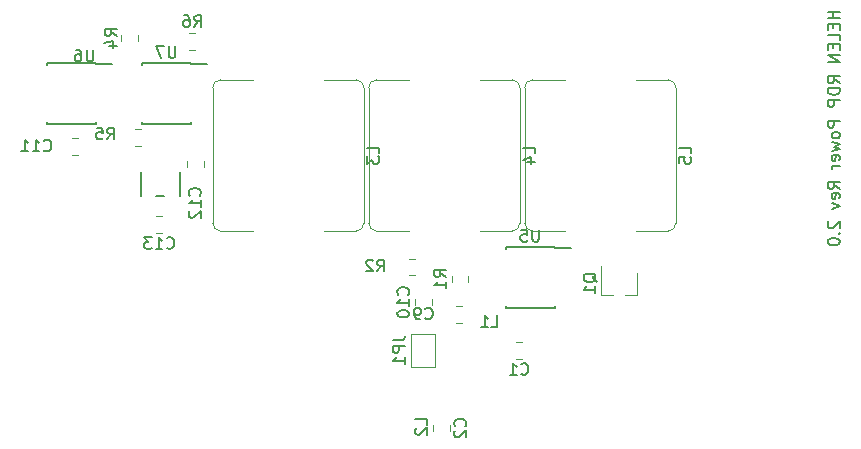
<source format=gbr>
G04 #@! TF.GenerationSoftware,KiCad,Pcbnew,5.0.1*
G04 #@! TF.CreationDate,2019-02-21T21:56:02-06:00*
G04 #@! TF.ProjectId,PowerRDP,506F7765725244502E6B696361645F70,2*
G04 #@! TF.SameCoordinates,Original*
G04 #@! TF.FileFunction,Legend,Bot*
G04 #@! TF.FilePolarity,Positive*
%FSLAX46Y46*%
G04 Gerber Fmt 4.6, Leading zero omitted, Abs format (unit mm)*
G04 Created by KiCad (PCBNEW 5.0.1) date Thu 21 Feb 2019 09:56:02 PM CST*
%MOMM*%
%LPD*%
G01*
G04 APERTURE LIST*
%ADD10C,0.200000*%
%ADD11C,0.120000*%
%ADD12C,0.150000*%
%ADD13C,0.152400*%
G04 APERTURE END LIST*
D10*
X155646380Y-53642857D02*
X154646380Y-53642857D01*
X155122571Y-53642857D02*
X155122571Y-54214285D01*
X155646380Y-54214285D02*
X154646380Y-54214285D01*
X155122571Y-54690476D02*
X155122571Y-55023809D01*
X155646380Y-55166666D02*
X155646380Y-54690476D01*
X154646380Y-54690476D01*
X154646380Y-55166666D01*
X155646380Y-56071428D02*
X155646380Y-55595238D01*
X154646380Y-55595238D01*
X155122571Y-56404761D02*
X155122571Y-56738095D01*
X155646380Y-56880952D02*
X155646380Y-56404761D01*
X154646380Y-56404761D01*
X154646380Y-56880952D01*
X155646380Y-57309523D02*
X154646380Y-57309523D01*
X155646380Y-57880952D01*
X154646380Y-57880952D01*
X155646380Y-59690476D02*
X155170190Y-59357142D01*
X155646380Y-59119047D02*
X154646380Y-59119047D01*
X154646380Y-59500000D01*
X154694000Y-59595238D01*
X154741619Y-59642857D01*
X154836857Y-59690476D01*
X154979714Y-59690476D01*
X155074952Y-59642857D01*
X155122571Y-59595238D01*
X155170190Y-59500000D01*
X155170190Y-59119047D01*
X155646380Y-60119047D02*
X154646380Y-60119047D01*
X154646380Y-60357142D01*
X154694000Y-60500000D01*
X154789238Y-60595238D01*
X154884476Y-60642857D01*
X155074952Y-60690476D01*
X155217809Y-60690476D01*
X155408285Y-60642857D01*
X155503523Y-60595238D01*
X155598761Y-60500000D01*
X155646380Y-60357142D01*
X155646380Y-60119047D01*
X155646380Y-61119047D02*
X154646380Y-61119047D01*
X154646380Y-61500000D01*
X154694000Y-61595238D01*
X154741619Y-61642857D01*
X154836857Y-61690476D01*
X154979714Y-61690476D01*
X155074952Y-61642857D01*
X155122571Y-61595238D01*
X155170190Y-61500000D01*
X155170190Y-61119047D01*
X155646380Y-62880952D02*
X154646380Y-62880952D01*
X154646380Y-63261904D01*
X154694000Y-63357142D01*
X154741619Y-63404761D01*
X154836857Y-63452380D01*
X154979714Y-63452380D01*
X155074952Y-63404761D01*
X155122571Y-63357142D01*
X155170190Y-63261904D01*
X155170190Y-62880952D01*
X155646380Y-64023809D02*
X155598761Y-63928571D01*
X155551142Y-63880952D01*
X155455904Y-63833333D01*
X155170190Y-63833333D01*
X155074952Y-63880952D01*
X155027333Y-63928571D01*
X154979714Y-64023809D01*
X154979714Y-64166666D01*
X155027333Y-64261904D01*
X155074952Y-64309523D01*
X155170190Y-64357142D01*
X155455904Y-64357142D01*
X155551142Y-64309523D01*
X155598761Y-64261904D01*
X155646380Y-64166666D01*
X155646380Y-64023809D01*
X154979714Y-64690476D02*
X155646380Y-64880952D01*
X155170190Y-65071428D01*
X155646380Y-65261904D01*
X154979714Y-65452380D01*
X155598761Y-66214285D02*
X155646380Y-66119047D01*
X155646380Y-65928571D01*
X155598761Y-65833333D01*
X155503523Y-65785714D01*
X155122571Y-65785714D01*
X155027333Y-65833333D01*
X154979714Y-65928571D01*
X154979714Y-66119047D01*
X155027333Y-66214285D01*
X155122571Y-66261904D01*
X155217809Y-66261904D01*
X155313047Y-65785714D01*
X155646380Y-66690476D02*
X154979714Y-66690476D01*
X155170190Y-66690476D02*
X155074952Y-66738095D01*
X155027333Y-66785714D01*
X154979714Y-66880952D01*
X154979714Y-66976190D01*
X155646380Y-68642857D02*
X155170190Y-68309523D01*
X155646380Y-68071428D02*
X154646380Y-68071428D01*
X154646380Y-68452380D01*
X154694000Y-68547619D01*
X154741619Y-68595238D01*
X154836857Y-68642857D01*
X154979714Y-68642857D01*
X155074952Y-68595238D01*
X155122571Y-68547619D01*
X155170190Y-68452380D01*
X155170190Y-68071428D01*
X155598761Y-69452380D02*
X155646380Y-69357142D01*
X155646380Y-69166666D01*
X155598761Y-69071428D01*
X155503523Y-69023809D01*
X155122571Y-69023809D01*
X155027333Y-69071428D01*
X154979714Y-69166666D01*
X154979714Y-69357142D01*
X155027333Y-69452380D01*
X155122571Y-69500000D01*
X155217809Y-69500000D01*
X155313047Y-69023809D01*
X154979714Y-69833333D02*
X155646380Y-70071428D01*
X154979714Y-70309523D01*
X154741619Y-71404761D02*
X154694000Y-71452380D01*
X154646380Y-71547619D01*
X154646380Y-71785714D01*
X154694000Y-71880952D01*
X154741619Y-71928571D01*
X154836857Y-71976190D01*
X154932095Y-71976190D01*
X155074952Y-71928571D01*
X155646380Y-71357142D01*
X155646380Y-71976190D01*
X155551142Y-72404761D02*
X155598761Y-72452380D01*
X155646380Y-72404761D01*
X155598761Y-72357142D01*
X155551142Y-72404761D01*
X155646380Y-72404761D01*
X154646380Y-73071428D02*
X154646380Y-73166666D01*
X154694000Y-73261904D01*
X154741619Y-73309523D01*
X154836857Y-73357142D01*
X155027333Y-73404761D01*
X155265428Y-73404761D01*
X155455904Y-73357142D01*
X155551142Y-73309523D01*
X155598761Y-73261904D01*
X155646380Y-73166666D01*
X155646380Y-73071428D01*
X155598761Y-72976190D01*
X155551142Y-72928571D01*
X155455904Y-72880952D01*
X155265428Y-72833333D01*
X155027333Y-72833333D01*
X154836857Y-72880952D01*
X154741619Y-72928571D01*
X154694000Y-72976190D01*
X154646380Y-73071428D01*
D11*
G04 #@! TO.C,C1*
X128253748Y-83006000D02*
X128776252Y-83006000D01*
X128253748Y-81586000D02*
X128776252Y-81586000D01*
G04 #@! TO.C,C2*
X122630000Y-89161252D02*
X122630000Y-88638748D01*
X121210000Y-89161252D02*
X121210000Y-88638748D01*
G04 #@! TO.C,C9*
X123705252Y-79958000D02*
X123182748Y-79958000D01*
X123705252Y-78538000D02*
X123182748Y-78538000D01*
G04 #@! TO.C,C10*
X121106000Y-77979748D02*
X121106000Y-78502252D01*
X119686000Y-77979748D02*
X119686000Y-78502252D01*
G04 #@! TO.C,JP1*
X119396000Y-83696000D02*
X121396000Y-83696000D01*
X119396000Y-80896000D02*
X119396000Y-83696000D01*
X121396000Y-80896000D02*
X119396000Y-80896000D01*
X121396000Y-83696000D02*
X121396000Y-80896000D01*
G04 #@! TO.C,Q1*
X137472000Y-77590000D02*
X138522000Y-77590000D01*
X138522000Y-77590000D02*
X138522000Y-75740000D01*
X135472000Y-77590000D02*
X136472000Y-77590000D01*
X135462000Y-77570000D02*
X135462000Y-75140000D01*
G04 #@! TO.C,R1*
X122787448Y-76012067D02*
X122787448Y-76534571D01*
X124207448Y-76012067D02*
X124207448Y-76534571D01*
G04 #@! TO.C,R2*
X119163196Y-74556319D02*
X119685700Y-74556319D01*
X119163196Y-75976319D02*
X119685700Y-75976319D01*
D12*
G04 #@! TO.C,U5*
X131508448Y-73580319D02*
X131508448Y-73630319D01*
X127358448Y-73580319D02*
X127358448Y-73725319D01*
X127358448Y-78730319D02*
X127358448Y-78585319D01*
X131508448Y-78730319D02*
X131508448Y-78585319D01*
X131508448Y-73580319D02*
X127358448Y-73580319D01*
X131508448Y-78730319D02*
X127358448Y-78730319D01*
X131508448Y-73630319D02*
X132908448Y-73630319D01*
D11*
G04 #@! TO.C,L3*
X115366000Y-71560000D02*
X115366000Y-60060000D01*
X114716000Y-72210000D02*
X111966000Y-72210000D01*
X102566000Y-60060000D02*
X102566000Y-71560000D01*
X114716000Y-59410000D02*
X111966000Y-59410000D01*
X105966000Y-72210000D02*
X103216000Y-72210000D01*
X105966000Y-59410000D02*
X103216000Y-59410000D01*
X114716000Y-72210000D02*
G75*
G03X115366000Y-71560000I0J650000D01*
G01*
X102566000Y-71560000D02*
G75*
G03X103216000Y-72210000I650000J0D01*
G01*
X103216000Y-59410000D02*
G75*
G03X102566000Y-60060000I0J-650000D01*
G01*
X115366000Y-60060000D02*
G75*
G03X114716000Y-59410000I-650000J0D01*
G01*
G04 #@! TO.C,L4*
X128574000Y-60060000D02*
G75*
G03X127924000Y-59410000I-650000J0D01*
G01*
X116424000Y-59410000D02*
G75*
G03X115774000Y-60060000I0J-650000D01*
G01*
X115774000Y-71560000D02*
G75*
G03X116424000Y-72210000I650000J0D01*
G01*
X127924000Y-72210000D02*
G75*
G03X128574000Y-71560000I0J650000D01*
G01*
X119174000Y-59410000D02*
X116424000Y-59410000D01*
X119174000Y-72210000D02*
X116424000Y-72210000D01*
X127924000Y-59410000D02*
X125174000Y-59410000D01*
X115774000Y-60060000D02*
X115774000Y-71560000D01*
X127924000Y-72210000D02*
X125174000Y-72210000D01*
X128574000Y-71560000D02*
X128574000Y-60060000D01*
G04 #@! TO.C,L5*
X141782000Y-71560000D02*
X141782000Y-60060000D01*
X141132000Y-72210000D02*
X138382000Y-72210000D01*
X128982000Y-60060000D02*
X128982000Y-71560000D01*
X141132000Y-59410000D02*
X138382000Y-59410000D01*
X132382000Y-72210000D02*
X129632000Y-72210000D01*
X132382000Y-59410000D02*
X129632000Y-59410000D01*
X141132000Y-72210000D02*
G75*
G03X141782000Y-71560000I0J650000D01*
G01*
X128982000Y-71560000D02*
G75*
G03X129632000Y-72210000I650000J0D01*
G01*
X129632000Y-59410000D02*
G75*
G03X128982000Y-60060000I0J-650000D01*
G01*
X141782000Y-60060000D02*
G75*
G03X141132000Y-59410000I-650000J0D01*
G01*
G04 #@! TO.C,R4*
X94794000Y-56132252D02*
X94794000Y-55609748D01*
X96214000Y-56132252D02*
X96214000Y-55609748D01*
G04 #@! TO.C,R5*
X96518252Y-64972000D02*
X95995748Y-64972000D01*
X96518252Y-63552000D02*
X95995748Y-63552000D01*
G04 #@! TO.C,R6*
X101108252Y-55424000D02*
X100585748Y-55424000D01*
X101108252Y-56844000D02*
X100585748Y-56844000D01*
D12*
G04 #@! TO.C,U6*
X92659000Y-58054000D02*
X94059000Y-58054000D01*
X92659000Y-63154000D02*
X88509000Y-63154000D01*
X92659000Y-58004000D02*
X88509000Y-58004000D01*
X92659000Y-63154000D02*
X92659000Y-63009000D01*
X88509000Y-63154000D02*
X88509000Y-63009000D01*
X88509000Y-58004000D02*
X88509000Y-58149000D01*
X92659000Y-58004000D02*
X92659000Y-58054000D01*
G04 #@! TO.C,U7*
X100721000Y-58004000D02*
X100721000Y-58054000D01*
X96571000Y-58004000D02*
X96571000Y-58149000D01*
X96571000Y-63154000D02*
X96571000Y-63009000D01*
X100721000Y-63154000D02*
X100721000Y-63009000D01*
X100721000Y-58004000D02*
X96571000Y-58004000D01*
X100721000Y-63154000D02*
X96571000Y-63154000D01*
X100721000Y-58054000D02*
X102121000Y-58054000D01*
D11*
G04 #@! TO.C,C11*
X90679748Y-64314000D02*
X91202252Y-64314000D01*
X90679748Y-65734000D02*
X91202252Y-65734000D01*
G04 #@! TO.C,C12*
X100382000Y-66295748D02*
X100382000Y-66818252D01*
X101802000Y-66295748D02*
X101802000Y-66818252D01*
G04 #@! TO.C,C13*
X97773748Y-72338000D02*
X98296252Y-72338000D01*
X97773748Y-70918000D02*
X98296252Y-70918000D01*
D13*
G04 #@! TO.C,U8*
X99760999Y-67221100D02*
X99760999Y-69227700D01*
X98447860Y-69227700D02*
X97772138Y-69227700D01*
X96458999Y-69227700D02*
X96458999Y-67221100D01*
G04 #@! TO.C,C1*
D12*
X128681666Y-84303142D02*
X128729285Y-84350761D01*
X128872142Y-84398380D01*
X128967380Y-84398380D01*
X129110238Y-84350761D01*
X129205476Y-84255523D01*
X129253095Y-84160285D01*
X129300714Y-83969809D01*
X129300714Y-83826952D01*
X129253095Y-83636476D01*
X129205476Y-83541238D01*
X129110238Y-83446000D01*
X128967380Y-83398380D01*
X128872142Y-83398380D01*
X128729285Y-83446000D01*
X128681666Y-83493619D01*
X127729285Y-84398380D02*
X128300714Y-84398380D01*
X128015000Y-84398380D02*
X128015000Y-83398380D01*
X128110238Y-83541238D01*
X128205476Y-83636476D01*
X128300714Y-83684095D01*
G04 #@! TO.C,C2*
X123927142Y-88733333D02*
X123974761Y-88685714D01*
X124022380Y-88542857D01*
X124022380Y-88447619D01*
X123974761Y-88304761D01*
X123879523Y-88209523D01*
X123784285Y-88161904D01*
X123593809Y-88114285D01*
X123450952Y-88114285D01*
X123260476Y-88161904D01*
X123165238Y-88209523D01*
X123070000Y-88304761D01*
X123022380Y-88447619D01*
X123022380Y-88542857D01*
X123070000Y-88685714D01*
X123117619Y-88733333D01*
X123117619Y-89114285D02*
X123070000Y-89161904D01*
X123022380Y-89257142D01*
X123022380Y-89495238D01*
X123070000Y-89590476D01*
X123117619Y-89638095D01*
X123212857Y-89685714D01*
X123308095Y-89685714D01*
X123450952Y-89638095D01*
X124022380Y-89066666D01*
X124022380Y-89685714D01*
G04 #@! TO.C,C9*
X120562666Y-79605142D02*
X120610285Y-79652761D01*
X120753142Y-79700380D01*
X120848380Y-79700380D01*
X120991238Y-79652761D01*
X121086476Y-79557523D01*
X121134095Y-79462285D01*
X121181714Y-79271809D01*
X121181714Y-79128952D01*
X121134095Y-78938476D01*
X121086476Y-78843238D01*
X120991238Y-78748000D01*
X120848380Y-78700380D01*
X120753142Y-78700380D01*
X120610285Y-78748000D01*
X120562666Y-78795619D01*
X120086476Y-79700380D02*
X119896000Y-79700380D01*
X119800761Y-79652761D01*
X119753142Y-79605142D01*
X119657904Y-79462285D01*
X119610285Y-79271809D01*
X119610285Y-78890857D01*
X119657904Y-78795619D01*
X119705523Y-78748000D01*
X119800761Y-78700380D01*
X119991238Y-78700380D01*
X120086476Y-78748000D01*
X120134095Y-78795619D01*
X120181714Y-78890857D01*
X120181714Y-79128952D01*
X120134095Y-79224190D01*
X120086476Y-79271809D01*
X119991238Y-79319428D01*
X119800761Y-79319428D01*
X119705523Y-79271809D01*
X119657904Y-79224190D01*
X119610285Y-79128952D01*
G04 #@! TO.C,C10*
X119103142Y-77598142D02*
X119150761Y-77550523D01*
X119198380Y-77407666D01*
X119198380Y-77312428D01*
X119150761Y-77169571D01*
X119055523Y-77074333D01*
X118960285Y-77026714D01*
X118769809Y-76979095D01*
X118626952Y-76979095D01*
X118436476Y-77026714D01*
X118341238Y-77074333D01*
X118246000Y-77169571D01*
X118198380Y-77312428D01*
X118198380Y-77407666D01*
X118246000Y-77550523D01*
X118293619Y-77598142D01*
X119198380Y-78550523D02*
X119198380Y-77979095D01*
X119198380Y-78264809D02*
X118198380Y-78264809D01*
X118341238Y-78169571D01*
X118436476Y-78074333D01*
X118484095Y-77979095D01*
X118198380Y-79169571D02*
X118198380Y-79264809D01*
X118246000Y-79360047D01*
X118293619Y-79407666D01*
X118388857Y-79455285D01*
X118579333Y-79502904D01*
X118817428Y-79502904D01*
X119007904Y-79455285D01*
X119103142Y-79407666D01*
X119150761Y-79360047D01*
X119198380Y-79264809D01*
X119198380Y-79169571D01*
X119150761Y-79074333D01*
X119103142Y-79026714D01*
X119007904Y-78979095D01*
X118817428Y-78931476D01*
X118579333Y-78931476D01*
X118388857Y-78979095D01*
X118293619Y-79026714D01*
X118246000Y-79074333D01*
X118198380Y-79169571D01*
G04 #@! TO.C,JP1*
X117816380Y-81462666D02*
X118530666Y-81462666D01*
X118673523Y-81415047D01*
X118768761Y-81319809D01*
X118816380Y-81176952D01*
X118816380Y-81081714D01*
X118816380Y-81938857D02*
X117816380Y-81938857D01*
X117816380Y-82319809D01*
X117864000Y-82415047D01*
X117911619Y-82462666D01*
X118006857Y-82510285D01*
X118149714Y-82510285D01*
X118244952Y-82462666D01*
X118292571Y-82415047D01*
X118340190Y-82319809D01*
X118340190Y-81938857D01*
X118816380Y-83462666D02*
X118816380Y-82891238D01*
X118816380Y-83176952D02*
X117816380Y-83176952D01*
X117959238Y-83081714D01*
X118054476Y-82986476D01*
X118102095Y-82891238D01*
G04 #@! TO.C,L1*
X126150666Y-80335380D02*
X126626857Y-80335380D01*
X126626857Y-79335380D01*
X125293523Y-80335380D02*
X125864952Y-80335380D01*
X125579238Y-80335380D02*
X125579238Y-79335380D01*
X125674476Y-79478238D01*
X125769714Y-79573476D01*
X125864952Y-79621095D01*
G04 #@! TO.C,L2*
X120721380Y-88604333D02*
X120721380Y-88128142D01*
X119721380Y-88128142D01*
X119816619Y-88890047D02*
X119769000Y-88937666D01*
X119721380Y-89032904D01*
X119721380Y-89271000D01*
X119769000Y-89366238D01*
X119816619Y-89413857D01*
X119911857Y-89461476D01*
X120007095Y-89461476D01*
X120149952Y-89413857D01*
X120721380Y-88842428D01*
X120721380Y-89461476D01*
G04 #@! TO.C,Q1*
X135069619Y-76544761D02*
X135022000Y-76449523D01*
X134926761Y-76354285D01*
X134783904Y-76211428D01*
X134736285Y-76116190D01*
X134736285Y-76020952D01*
X134974380Y-76068571D02*
X134926761Y-75973333D01*
X134831523Y-75878095D01*
X134641047Y-75830476D01*
X134307714Y-75830476D01*
X134117238Y-75878095D01*
X134022000Y-75973333D01*
X133974380Y-76068571D01*
X133974380Y-76259047D01*
X134022000Y-76354285D01*
X134117238Y-76449523D01*
X134307714Y-76497142D01*
X134641047Y-76497142D01*
X134831523Y-76449523D01*
X134926761Y-76354285D01*
X134974380Y-76259047D01*
X134974380Y-76068571D01*
X134974380Y-77449523D02*
X134974380Y-76878095D01*
X134974380Y-77163809D02*
X133974380Y-77163809D01*
X134117238Y-77068571D01*
X134212476Y-76973333D01*
X134260095Y-76878095D01*
G04 #@! TO.C,R1*
X122299828Y-76106652D02*
X121823638Y-75773319D01*
X122299828Y-75535223D02*
X121299828Y-75535223D01*
X121299828Y-75916176D01*
X121347448Y-76011414D01*
X121395067Y-76059033D01*
X121490305Y-76106652D01*
X121633162Y-76106652D01*
X121728400Y-76059033D01*
X121776019Y-76011414D01*
X121823638Y-75916176D01*
X121823638Y-75535223D01*
X122299828Y-77059033D02*
X122299828Y-76487604D01*
X122299828Y-76773319D02*
X121299828Y-76773319D01*
X121442686Y-76678080D01*
X121537924Y-76582842D01*
X121585543Y-76487604D01*
G04 #@! TO.C,R2*
X116498666Y-75636380D02*
X116832000Y-75160190D01*
X117070095Y-75636380D02*
X117070095Y-74636380D01*
X116689142Y-74636380D01*
X116593904Y-74684000D01*
X116546285Y-74731619D01*
X116498666Y-74826857D01*
X116498666Y-74969714D01*
X116546285Y-75064952D01*
X116593904Y-75112571D01*
X116689142Y-75160190D01*
X117070095Y-75160190D01*
X116117714Y-74731619D02*
X116070095Y-74684000D01*
X115974857Y-74636380D01*
X115736761Y-74636380D01*
X115641523Y-74684000D01*
X115593904Y-74731619D01*
X115546285Y-74826857D01*
X115546285Y-74922095D01*
X115593904Y-75064952D01*
X116165333Y-75636380D01*
X115546285Y-75636380D01*
G04 #@! TO.C,U5*
X130195352Y-72107699D02*
X130195352Y-72917223D01*
X130147733Y-73012461D01*
X130100114Y-73060080D01*
X130004876Y-73107699D01*
X129814400Y-73107699D01*
X129719162Y-73060080D01*
X129671543Y-73012461D01*
X129623924Y-72917223D01*
X129623924Y-72107699D01*
X128671543Y-72107699D02*
X129147733Y-72107699D01*
X129195352Y-72583890D01*
X129147733Y-72536271D01*
X129052495Y-72488652D01*
X128814400Y-72488652D01*
X128719162Y-72536271D01*
X128671543Y-72583890D01*
X128623924Y-72679128D01*
X128623924Y-72917223D01*
X128671543Y-73012461D01*
X128719162Y-73060080D01*
X128814400Y-73107699D01*
X129052495Y-73107699D01*
X129147733Y-73060080D01*
X129195352Y-73012461D01*
G04 #@! TO.C,L3*
X116668380Y-65643333D02*
X116668380Y-65167142D01*
X115668380Y-65167142D01*
X115668380Y-65881428D02*
X115668380Y-66500476D01*
X116049333Y-66167142D01*
X116049333Y-66310000D01*
X116096952Y-66405238D01*
X116144571Y-66452857D01*
X116239809Y-66500476D01*
X116477904Y-66500476D01*
X116573142Y-66452857D01*
X116620761Y-66405238D01*
X116668380Y-66310000D01*
X116668380Y-66024285D01*
X116620761Y-65929047D01*
X116573142Y-65881428D01*
G04 #@! TO.C,L4*
X129876380Y-65643333D02*
X129876380Y-65167142D01*
X128876380Y-65167142D01*
X129209714Y-66405238D02*
X129876380Y-66405238D01*
X128828761Y-66167142D02*
X129543047Y-65929047D01*
X129543047Y-66548095D01*
G04 #@! TO.C,L5*
X143084380Y-65643333D02*
X143084380Y-65167142D01*
X142084380Y-65167142D01*
X142084380Y-66452857D02*
X142084380Y-65976666D01*
X142560571Y-65929047D01*
X142512952Y-65976666D01*
X142465333Y-66071904D01*
X142465333Y-66310000D01*
X142512952Y-66405238D01*
X142560571Y-66452857D01*
X142655809Y-66500476D01*
X142893904Y-66500476D01*
X142989142Y-66452857D01*
X143036761Y-66405238D01*
X143084380Y-66310000D01*
X143084380Y-66071904D01*
X143036761Y-65976666D01*
X142989142Y-65929047D01*
G04 #@! TO.C,R4*
X94432380Y-55704333D02*
X93956190Y-55371000D01*
X94432380Y-55132904D02*
X93432380Y-55132904D01*
X93432380Y-55513857D01*
X93480000Y-55609095D01*
X93527619Y-55656714D01*
X93622857Y-55704333D01*
X93765714Y-55704333D01*
X93860952Y-55656714D01*
X93908571Y-55609095D01*
X93956190Y-55513857D01*
X93956190Y-55132904D01*
X93765714Y-56561476D02*
X94432380Y-56561476D01*
X93384761Y-56323380D02*
X94099047Y-56085285D01*
X94099047Y-56704333D01*
G04 #@! TO.C,R5*
X93638666Y-64460380D02*
X93972000Y-63984190D01*
X94210095Y-64460380D02*
X94210095Y-63460380D01*
X93829142Y-63460380D01*
X93733904Y-63508000D01*
X93686285Y-63555619D01*
X93638666Y-63650857D01*
X93638666Y-63793714D01*
X93686285Y-63888952D01*
X93733904Y-63936571D01*
X93829142Y-63984190D01*
X94210095Y-63984190D01*
X92733904Y-63460380D02*
X93210095Y-63460380D01*
X93257714Y-63936571D01*
X93210095Y-63888952D01*
X93114857Y-63841333D01*
X92876761Y-63841333D01*
X92781523Y-63888952D01*
X92733904Y-63936571D01*
X92686285Y-64031809D01*
X92686285Y-64269904D01*
X92733904Y-64365142D01*
X92781523Y-64412761D01*
X92876761Y-64460380D01*
X93114857Y-64460380D01*
X93210095Y-64412761D01*
X93257714Y-64365142D01*
G04 #@! TO.C,R6*
X101013666Y-54936380D02*
X101347000Y-54460190D01*
X101585095Y-54936380D02*
X101585095Y-53936380D01*
X101204142Y-53936380D01*
X101108904Y-53984000D01*
X101061285Y-54031619D01*
X101013666Y-54126857D01*
X101013666Y-54269714D01*
X101061285Y-54364952D01*
X101108904Y-54412571D01*
X101204142Y-54460190D01*
X101585095Y-54460190D01*
X100156523Y-53936380D02*
X100347000Y-53936380D01*
X100442238Y-53984000D01*
X100489857Y-54031619D01*
X100585095Y-54174476D01*
X100632714Y-54364952D01*
X100632714Y-54745904D01*
X100585095Y-54841142D01*
X100537476Y-54888761D01*
X100442238Y-54936380D01*
X100251761Y-54936380D01*
X100156523Y-54888761D01*
X100108904Y-54841142D01*
X100061285Y-54745904D01*
X100061285Y-54507809D01*
X100108904Y-54412571D01*
X100156523Y-54364952D01*
X100251761Y-54317333D01*
X100442238Y-54317333D01*
X100537476Y-54364952D01*
X100585095Y-54412571D01*
X100632714Y-54507809D01*
G04 #@! TO.C,U6*
X92455904Y-56856380D02*
X92455904Y-57665904D01*
X92408285Y-57761142D01*
X92360666Y-57808761D01*
X92265428Y-57856380D01*
X92074952Y-57856380D01*
X91979714Y-57808761D01*
X91932095Y-57761142D01*
X91884476Y-57665904D01*
X91884476Y-56856380D01*
X90979714Y-56856380D02*
X91170190Y-56856380D01*
X91265428Y-56904000D01*
X91313047Y-56951619D01*
X91408285Y-57094476D01*
X91455904Y-57284952D01*
X91455904Y-57665904D01*
X91408285Y-57761142D01*
X91360666Y-57808761D01*
X91265428Y-57856380D01*
X91074952Y-57856380D01*
X90979714Y-57808761D01*
X90932095Y-57761142D01*
X90884476Y-57665904D01*
X90884476Y-57427809D01*
X90932095Y-57332571D01*
X90979714Y-57284952D01*
X91074952Y-57237333D01*
X91265428Y-57237333D01*
X91360666Y-57284952D01*
X91408285Y-57332571D01*
X91455904Y-57427809D01*
G04 #@! TO.C,U7*
X99407904Y-56531380D02*
X99407904Y-57340904D01*
X99360285Y-57436142D01*
X99312666Y-57483761D01*
X99217428Y-57531380D01*
X99026952Y-57531380D01*
X98931714Y-57483761D01*
X98884095Y-57436142D01*
X98836476Y-57340904D01*
X98836476Y-56531380D01*
X98455523Y-56531380D02*
X97788857Y-56531380D01*
X98217428Y-57531380D01*
G04 #@! TO.C,C11*
X88272857Y-65381142D02*
X88320476Y-65428761D01*
X88463333Y-65476380D01*
X88558571Y-65476380D01*
X88701428Y-65428761D01*
X88796666Y-65333523D01*
X88844285Y-65238285D01*
X88891904Y-65047809D01*
X88891904Y-64904952D01*
X88844285Y-64714476D01*
X88796666Y-64619238D01*
X88701428Y-64524000D01*
X88558571Y-64476380D01*
X88463333Y-64476380D01*
X88320476Y-64524000D01*
X88272857Y-64571619D01*
X87320476Y-65476380D02*
X87891904Y-65476380D01*
X87606190Y-65476380D02*
X87606190Y-64476380D01*
X87701428Y-64619238D01*
X87796666Y-64714476D01*
X87891904Y-64762095D01*
X86368095Y-65476380D02*
X86939523Y-65476380D01*
X86653809Y-65476380D02*
X86653809Y-64476380D01*
X86749047Y-64619238D01*
X86844285Y-64714476D01*
X86939523Y-64762095D01*
G04 #@! TO.C,C12*
X101449142Y-69207142D02*
X101496761Y-69159523D01*
X101544380Y-69016666D01*
X101544380Y-68921428D01*
X101496761Y-68778571D01*
X101401523Y-68683333D01*
X101306285Y-68635714D01*
X101115809Y-68588095D01*
X100972952Y-68588095D01*
X100782476Y-68635714D01*
X100687238Y-68683333D01*
X100592000Y-68778571D01*
X100544380Y-68921428D01*
X100544380Y-69016666D01*
X100592000Y-69159523D01*
X100639619Y-69207142D01*
X101544380Y-70159523D02*
X101544380Y-69588095D01*
X101544380Y-69873809D02*
X100544380Y-69873809D01*
X100687238Y-69778571D01*
X100782476Y-69683333D01*
X100830095Y-69588095D01*
X100639619Y-70540476D02*
X100592000Y-70588095D01*
X100544380Y-70683333D01*
X100544380Y-70921428D01*
X100592000Y-71016666D01*
X100639619Y-71064285D01*
X100734857Y-71111904D01*
X100830095Y-71111904D01*
X100972952Y-71064285D01*
X101544380Y-70492857D01*
X101544380Y-71111904D01*
G04 #@! TO.C,C13*
X98677857Y-73635142D02*
X98725476Y-73682761D01*
X98868333Y-73730380D01*
X98963571Y-73730380D01*
X99106428Y-73682761D01*
X99201666Y-73587523D01*
X99249285Y-73492285D01*
X99296904Y-73301809D01*
X99296904Y-73158952D01*
X99249285Y-72968476D01*
X99201666Y-72873238D01*
X99106428Y-72778000D01*
X98963571Y-72730380D01*
X98868333Y-72730380D01*
X98725476Y-72778000D01*
X98677857Y-72825619D01*
X97725476Y-73730380D02*
X98296904Y-73730380D01*
X98011190Y-73730380D02*
X98011190Y-72730380D01*
X98106428Y-72873238D01*
X98201666Y-72968476D01*
X98296904Y-73016095D01*
X97392142Y-72730380D02*
X96773095Y-72730380D01*
X97106428Y-73111333D01*
X96963571Y-73111333D01*
X96868333Y-73158952D01*
X96820714Y-73206571D01*
X96773095Y-73301809D01*
X96773095Y-73539904D01*
X96820714Y-73635142D01*
X96868333Y-73682761D01*
X96963571Y-73730380D01*
X97249285Y-73730380D01*
X97344523Y-73682761D01*
X97392142Y-73635142D01*
G04 #@! TD*
M02*

</source>
